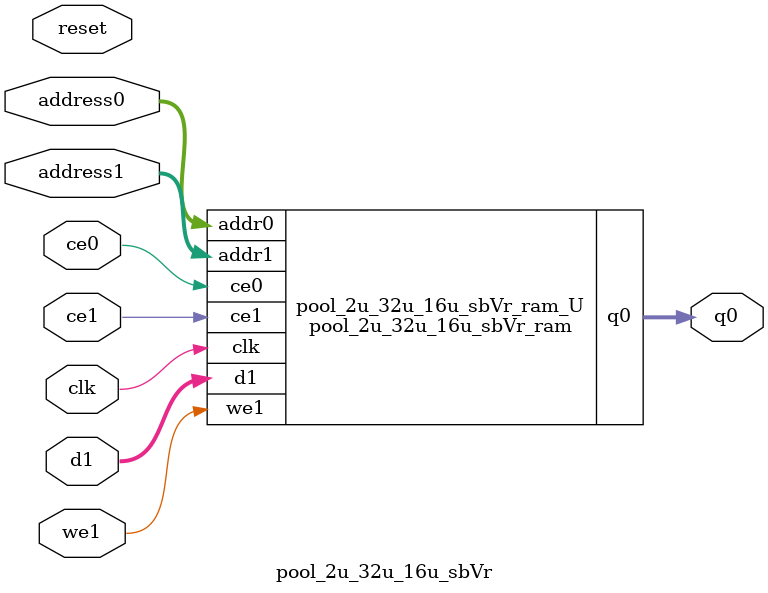
<source format=v>
`timescale 1 ns / 1 ps
module pool_2u_32u_16u_sbVr_ram (addr0, ce0, q0, addr1, ce1, d1, we1,  clk);

parameter DWIDTH = 32;
parameter AWIDTH = 8;
parameter MEM_SIZE = 256;

input[AWIDTH-1:0] addr0;
input ce0;
output reg[DWIDTH-1:0] q0;
input[AWIDTH-1:0] addr1;
input ce1;
input[DWIDTH-1:0] d1;
input we1;
input clk;

(* ram_style = "distributed" *)reg [DWIDTH-1:0] ram[0:MEM_SIZE-1];




always @(posedge clk)  
begin 
    if (ce0) 
    begin
        q0 <= ram[addr0];
    end
end


always @(posedge clk)  
begin 
    if (ce1) 
    begin
        if (we1) 
        begin 
            ram[addr1] <= d1; 
        end 
    end
end


endmodule

`timescale 1 ns / 1 ps
module pool_2u_32u_16u_sbVr(
    reset,
    clk,
    address0,
    ce0,
    q0,
    address1,
    ce1,
    we1,
    d1);

parameter DataWidth = 32'd32;
parameter AddressRange = 32'd256;
parameter AddressWidth = 32'd8;
input reset;
input clk;
input[AddressWidth - 1:0] address0;
input ce0;
output[DataWidth - 1:0] q0;
input[AddressWidth - 1:0] address1;
input ce1;
input we1;
input[DataWidth - 1:0] d1;



pool_2u_32u_16u_sbVr_ram pool_2u_32u_16u_sbVr_ram_U(
    .clk( clk ),
    .addr0( address0 ),
    .ce0( ce0 ),
    .q0( q0 ),
    .addr1( address1 ),
    .ce1( ce1 ),
    .we1( we1 ),
    .d1( d1 ));

endmodule


</source>
